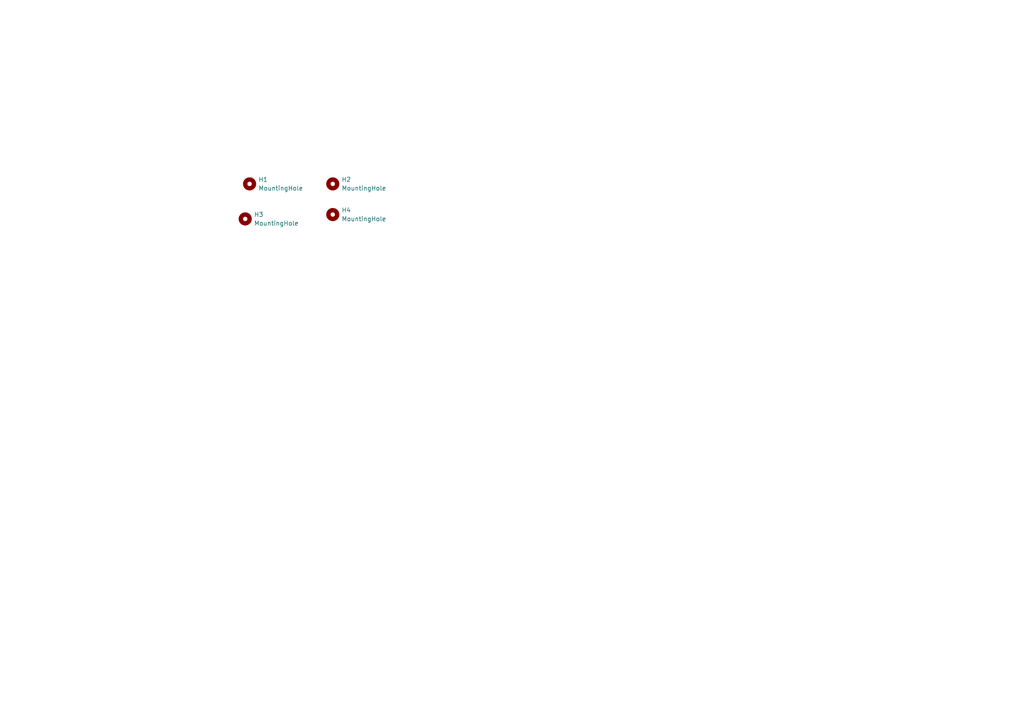
<source format=kicad_sch>
(kicad_sch (version 20230121) (generator eeschema)
  (paper "A4")
  (lib_symbols
    (symbol "Mechanical:MountingHole" (pin_names (offset 1.016))
      (property "Reference" "H" (at 0 5.08 0))
      (property "Value" "MountingHole" (at 0 3.175 0))
      (symbol "MountingHole_0_1"
        (circle (center 0 0) (radius 1.27) (stroke (width 1.27)))
      )
    )
  )
  (symbol (lib_id "Mechanical:MountingHole") (at 72.39 53.34 0) (unit 1)
    (property "Reference" "H1" (at 74.93 52.07 0) (effects (justify left)))
    (property "Value" "MountingHole" (at 74.93 54.61 0) (effects (justify left)))
    (property "Footprint" "MountingHole:MountingHole_3.2mm_M3" (effects hide))
  )
  (symbol (lib_id "Mechanical:MountingHole") (at 96.52 62.23 0) (unit 1)
    (property "Reference" "H4" (at 99.06 60.96 0) (effects (justify left)))
    (property "Value" "MountingHole" (at 99.06 63.5 0) (effects (justify left)))
    (property "Footprint" "MountingHole:MountingHole_3.2mm_M3" (effects hide))
  )
  (symbol (lib_id "Mechanical:MountingHole") (at 96.52 53.34 0) (unit 1)
    (property "Reference" "H2" (at 99.06 52.07 0) (effects (justify left)))
    (property "Value" "MountingHole" (at 99.06 54.61 0) (effects (justify left)))
    (property "Footprint" "MountingHole:MountingHole_3.2mm_M3" (effects hide))
  )
  (symbol (lib_id "Mechanical:MountingHole") (at 71.12 63.5 0) (unit 1)
    (property "Reference" "H3" (at 73.66 62.23 0) (effects (justify left)))
    (property "Value" "MountingHole" (at 73.66 64.77 0) (effects (justify left)))
    (property "Footprint" "MountingHole:MountingHole_3.2mm_M3" (effects hide))
  )
)
</source>
